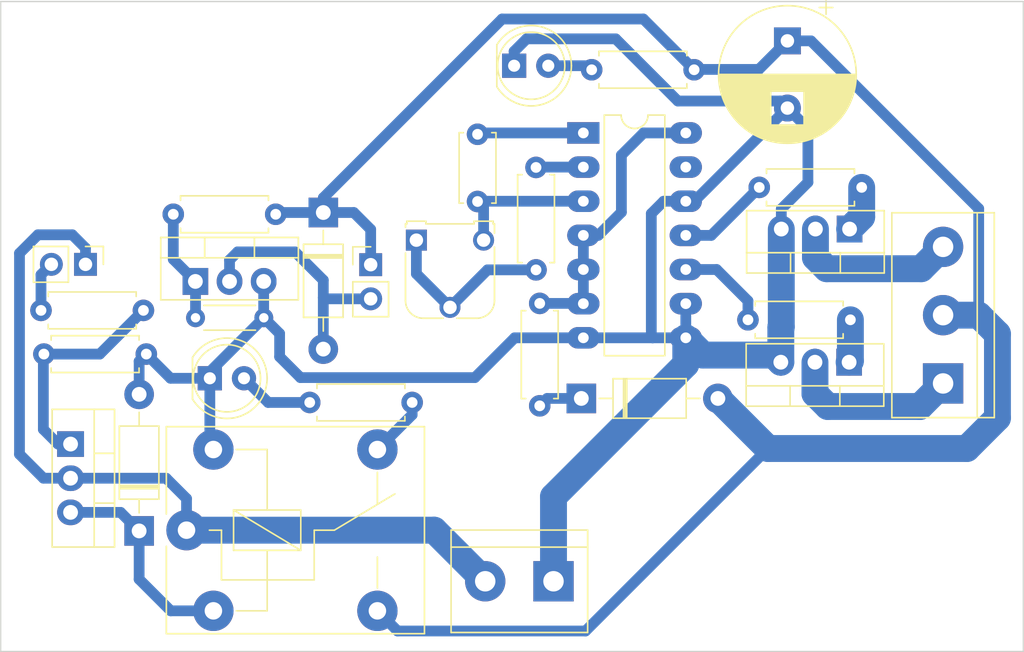
<source format=kicad_pcb>
(kicad_pcb (version 20221018) (generator pcbnew)
  (layers (0 "F.Cu" signal) (31 "B.Cu" signal) (34 "B.Paste" user) (35 "F.Paste" user) (36 "B.SilkS" user "B.Silkscreen") (37 "F.SilkS" user "F.Silkscreen") (38 "B.Mask" user) (39 "F.Mask" user) (44 "Edge.Cuts" user))
  (net 0 "")
  (net 1 "+12P")
  (net 2 "GNDA")
  (net 3 "Net-(U1-C)")
  (net 4 "Net-(U1-RC_COMMON)")
  (net 5 "Net-(D1-A)")
  (net 6 "Net-(D2-A)")
  (net 7 "Net-(D3-A)")
  (net 8 "Net-(D4-K)")
  (net 9 "Net-(D5-K)")
  (net 10 "+12V")
  (net 11 "Net-(J6-Pin_2)")
  (net 12 "Net-(J7-Pin_1)")
  (net 13 "Net-(J7-Pin_3)")
  (net 14 "Net-(K1-Pad12)")
  (net 15 "Net-(Q1-G)")
  (net 16 "Net-(Q2-G)")
  (net 17 "Net-(Q3-G)")
  (net 18 "Net-(Q4-G)")
  (net 19 "Net-(U1-Q)")
  (net 20 "Net-(U1-~{Q})")
  (net 21 "Net-(U1-R)")
  (net 22 "Net-(R9-Pad2)")
  (net 23 "Net-(U1--TRIGGER)")
  (footprint "Resistor_THT:R_Axial_DIN0204_L3.6mm_D1.6mm_P5.08mm_Horizontal" (layer "F.Cu") (at 46.82 74.925)
    (fp_text reference "R3" hide)
    (fp_text value "PTC" hide)
    (pad "1" thru_hole circle (at 0 0) (size 1.4 1.4) (drill 0.7) (layers "*.Cu" "*.Mask") (net 15 "Net-(Q1-G)"))
    (pad "2" thru_hole oval (at 5.08 0) (size 1.4 1.4) (drill 0.7) (layers "*.Cu" "*.Mask") (net 2 "GNDA"))
  )
  (footprint "Diode_THT:D_DO-41_SOD81_P10.16mm_Horizontal" (layer "F.Cu") (at 42.625 90.78 90)
    (fp_text reference "D4" hide)
    (fp_text value "1N4007" hide)
    (pad "1" thru_hole rect (at 0 0 90) (size 2.2 2.2) (drill 1.1) (layers "*.Cu" "*.Mask") (net 8 "Net-(D4-K)"))
    (pad "2" thru_hole oval (at 10.16 0 90) (size 2.2 2.2) (drill 1.1) (layers "*.Cu" "*.Mask") (net 2 "GNDA"))
  )
  (footprint "Connector_PinHeader_2.54mm:PinHeader_1x02_P2.54mm_Vertical" (layer "F.Cu") (at 59.85 70.975)
    (fp_text reference "M1" hide)
    (fp_text value "Motor_DC" hide)
    (pad "1" thru_hole rect (at 0 0) (size 1.7 1.7) (drill 1) (layers "*.Cu" "*.Mask") (net 1 "+12P"))
    (pad "2" thru_hole oval (at 0 2.54) (size 1.7 1.7) (drill 1) (layers "*.Cu" "*.Mask") (net 6 "Net-(D2-A)"))
  )
  (footprint "Resistor_THT:R_Axial_DIN0207_L6.3mm_D2.5mm_P7.62mm_Horizontal" (layer "F.Cu") (at 52.785 67.225 180)
    (fp_text reference "R1" hide)
    (fp_text value "1k" hide)
    (pad "1" thru_hole circle (at 0 0 180) (size 1.6 1.6) (drill 0.8) (layers "*.Cu" "*.Mask") (net 1 "+12P"))
    (pad "2" thru_hole oval (at 7.62 0 180) (size 1.6 1.6) (drill 0.8) (layers "*.Cu" "*.Mask") (net 15 "Net-(Q1-G)"))
  )
  (footprint "LED_THT:LED_D5.0mm" (layer "F.Cu") (at 47.885 79.425)
    (fp_text reference "D3" hide)
    (fp_text value "off" hide)
    (pad "1" thru_hole rect (at 0 0) (size 1.8 1.8) (drill 0.9) (layers "*.Cu" "*.Mask") (net 2 "GNDA"))
    (pad "2" thru_hole circle (at 2.54 0) (size 1.8 1.8) (drill 0.9) (layers "*.Cu" "*.Mask") (net 7 "Net-(D3-A)"))
  )
  (footprint "Resistor_THT:R_Axial_DIN0207_L6.3mm_D2.5mm_P7.62mm_Horizontal" (layer "F.Cu") (at 76.29 56.475)
    (fp_text reference "R2" hide)
    (fp_text value "330" hide)
    (pad "1" thru_hole circle (at 0 0) (size 1.6 1.6) (drill 0.8) (layers "*.Cu" "*.Mask") (net 5 "Net-(D1-A)"))
    (pad "2" thru_hole oval (at 7.62 0) (size 1.6 1.6) (drill 0.8) (layers "*.Cu" "*.Mask") (net 1 "+12P"))
  )
  (footprint "Connector_PinHeader_2.54mm:PinHeader_1x02_P2.54mm_Vertical" (layer "F.Cu") (at 38.635 70.95 -90)
    (fp_text reference "J6" hide)
    (fp_text value "sw" hide)
    (pad "1" thru_hole rect (at 0 0 270) (size 1.7 1.7) (drill 1) (layers "*.Cu" "*.Mask") (net 10 "+12V"))
    (pad "2" thru_hole oval (at 0 2.54 270) (size 1.7 1.7) (drill 1) (layers "*.Cu" "*.Mask") (net 11 "Net-(J6-Pin_2)"))
  )
  (footprint "Package_TO_SOT_THT:TO-220-3_Vertical" (layer "F.Cu") (at 37.525 84.32 -90)
    (fp_text reference "Q2" hide)
    (fp_text value "IRF3205" hide)
    (pad "1" thru_hole rect (at 0 0 270) (size 1.905 2) (drill 1.1) (layers "*.Cu" "*.Mask") (net 16 "Net-(Q2-G)"))
    (pad "2" thru_hole oval (at 2.54 0 270) (size 1.905 2) (drill 1.1) (layers "*.Cu" "*.Mask") (net 10 "+12V"))
    (pad "3" thru_hole oval (at 5.08 0 270) (size 1.905 2) (drill 1.1) (layers "*.Cu" "*.Mask") (net 8 "Net-(D4-K)"))
  )
  (footprint "Package_TO_SOT_THT:TO-220-3_Vertical" (layer "F.Cu") (at 46.81 72.22)
    (fp_text reference "Q1" hide)
    (fp_text value "IRF3205" hide)
    (pad "1" thru_hole rect (at 0 0) (size 1.905 2) (drill 1.1) (layers "*.Cu" "*.Mask") (net 15 "Net-(Q1-G)"))
    (pad "2" thru_hole oval (at 2.54 0) (size 1.905 2) (drill 1.1) (layers "*.Cu" "*.Mask") (net 6 "Net-(D2-A)"))
    (pad "3" thru_hole oval (at 5.08 0) (size 1.905 2) (drill 1.1) (layers "*.Cu" "*.Mask") (net 2 "GNDA"))
  )
  (footprint "Resistor_THT:R_Axial_DIN0207_L6.3mm_D2.5mm_P7.62mm_Horizontal" (layer "F.Cu") (at 88.755 65.225)
    (fp_text reference "R8" hide)
    (fp_text value "220" hide)
    (pad "1" thru_hole circle (at 0 0) (size 1.6 1.6) (drill 0.8) (layers "*.Cu" "*.Mask") (net 20 "Net-(U1-~{Q})"))
    (pad "2" thru_hole oval (at 7.62 0) (size 1.6 1.6) (drill 0.8) (layers "*.Cu" "*.Mask") (net 18 "Net-(Q4-G)"))
  )
  (footprint "Package_TO_SOT_THT:TO-220-3_Vertical" (layer "F.Cu") (at 95.44 78.23 180)
    (fp_text reference "Q3" hide)
    (fp_text value "IRF3205" hide)
    (pad "1" thru_hole rect (at 0 0 180) (size 1.905 2) (drill 1.1) (layers "*.Cu" "*.Mask") (net 17 "Net-(Q3-G)"))
    (pad "2" thru_hole oval (at 2.54 0 180) (size 1.905 2) (drill 1.1) (layers "*.Cu" "*.Mask") (net 12 "Net-(J7-Pin_1)"))
    (pad "3" thru_hole oval (at 5.08 0 180) (size 1.905 2) (drill 1.1) (layers "*.Cu" "*.Mask") (net 2 "GNDA"))
  )
  (footprint "Diode_THT:D_DO-41_SOD81_P10.16mm_Horizontal" (layer "F.Cu") (at 56.325 67.095 -90)
    (fp_text reference "D2" hide)
    (fp_text value "1N4007" hide)
    (pad "1" thru_hole rect (at 0 0 270) (size 2.2 2.2) (drill 1.1) (layers "*.Cu" "*.Mask") (net 1 "+12P"))
    (pad "2" thru_hole oval (at 10.16 0 270) (size 2.2 2.2) (drill 1.1) (layers "*.Cu" "*.Mask") (net 6 "Net-(D2-A)"))
  )
  (footprint "Relay_THT:Relay_SPDT_Finder_36.11" (layer "F.Cu") (at 46.15 90.725)
    (fp_text reference "K1" hide)
    (fp_text value "FINDER-36.11" hide)
    (pad "11" thru_hole circle (at 0 0) (size 3 3) (drill 1.3) (layers "*.Cu" "*.Mask") (net 10 "+12V"))
    (pad "12" thru_hole circle (at 14.2 -6) (size 3 3) (drill 1.3) (layers "*.Cu" "*.Mask") (net 14 "Net-(K1-Pad12)"))
    (pad "14" thru_hole circle (at 14.2 6) (size 3 3) (drill 1.3) (layers "*.Cu" "*.Mask") (net 1 "+12P"))
    (pad "A1" thru_hole circle (at 2 6) (size 3 3) (drill 1.3) (layers "*.Cu" "*.Mask") (net 8 "Net-(D4-K)"))
    (pad "A2" thru_hole circle (at 2 -6) (size 3 3) (drill 1.3) (layers "*.Cu" "*.Mask") (net 2 "GNDA"))
  )
  (footprint "TerminalBlock:TerminalBlock_bornier-2_P5.08mm" (layer "F.Cu") (at 73.45 94.525 180)
    (fp_text reference "J5" hide)
    (fp_text value "DC" hide)
    (pad "1" thru_hole rect (at 0 0 180) (size 3 3) (drill 1.52) (layers "*.Cu" "*.Mask") (net 2 "GNDA"))
    (pad "2" thru_hole circle (at 5.08 0 180) (size 3 3) (drill 1.52) (layers "*.Cu" "*.Mask") (net 10 "+12V"))
  )
  (footprint "Resistor_THT:R_Axial_DIN0207_L6.3mm_D2.5mm_P7.62mm_Horizontal" (layer "F.Cu") (at 55.315 81.225)
    (fp_text reference "R4" hide)
    (fp_text value "330" hide)
    (pad "1" thru_hole circle (at 0 0) (size 1.6 1.6) (drill 0.8) (layers "*.Cu" "*.Mask") (net 7 "Net-(D3-A)"))
    (pad "2" thru_hole oval (at 7.62 0) (size 1.6 1.6) (drill 0.8) (layers "*.Cu" "*.Mask") (net 14 "Net-(K1-Pad12)"))
  )
  (footprint "TerminalBlock:TerminalBlock_bornier-3_P5.08mm" (layer "F.Cu") (at 102.43 79.81 90)
    (fp_text reference "J7" hide)
    (fp_text value "AC" hide)
    (pad "1" thru_hole rect (at 0 0 90) (size 3 3) (drill 1.52) (layers "*.Cu" "*.Mask") (net 12 "Net-(J7-Pin_1)"))
    (pad "2" thru_hole circle (at 5.08 0 90) (size 3 3) (drill 1.52) (layers "*.Cu" "*.Mask") (net 1 "+12P"))
    (pad "3" thru_hole circle (at 10.16 0 90) (size 3 3) (drill 1.52) (layers "*.Cu" "*.Mask") (net 13 "Net-(J7-Pin_3)"))
  )
  (footprint "Resistor_THT:R_Axial_DIN0207_L6.3mm_D2.5mm_P7.62mm_Horizontal" (layer "F.Cu") (at 43.16 77.625 180)
    (fp_text reference "R6" hide)
    (fp_text value "10k" hide)
    (pad "1" thru_hole circle (at 0 0 180) (size 1.6 1.6) (drill 0.8) (layers "*.Cu" "*.Mask") (net 2 "GNDA"))
    (pad "2" thru_hole oval (at 7.62 0 180) (size 1.6 1.6) (drill 0.8) (layers "*.Cu" "*.Mask") (net 16 "Net-(Q2-G)"))
  )
  (footprint "Potentiometer_THT:Potentiometer_Runtron_RM-065_Vertical" (layer "F.Cu") (at 63.249646 69.15)
    (fp_text reference "RV1" hide)
    (fp_text value "100k" hide)
    (pad "1" thru_hole rect (at 0 0) (size 1.56 1.56) (drill 1) (layers "*.Cu" "*.Mask") (net 22 "Net-(R9-Pad2)"))
    (pad "2" thru_hole circle (at 2.5 5) (size 1.56 1.56) (drill 1) (layers "*.Cu" "*.Mask") (net 22 "Net-(R9-Pad2)"))
    (pad "3" thru_hole circle (at 5 0) (size 1.56 1.56) (drill 1) (layers "*.Cu" "*.Mask") (net 4 "Net-(U1-RC_COMMON)"))
  )
  (footprint "Resistor_THT:R_Axial_DIN0207_L6.3mm_D2.5mm_P7.62mm_Horizontal" (layer "F.Cu") (at 72.149646 63.74 -90)
    (fp_text reference "R9" hide)
    (fp_text value "39k" hide)
    (pad "1" thru_hole circle (at 0 0 270) (size 1.6 1.6) (drill 0.8) (layers "*.Cu" "*.Mask") (net 21 "Net-(U1-R)"))
    (pad "2" thru_hole oval (at 7.62 0 270) (size 1.6 1.6) (drill 0.8) (layers "*.Cu" "*.Mask") (net 22 "Net-(R9-Pad2)"))
  )
  (footprint "Resistor_THT:R_Axial_DIN0207_L6.3mm_D2.5mm_P7.62mm_Horizontal" (layer "F.Cu") (at 72.424646 73.855 -90)
    (fp_text reference "R10" hide)
    (fp_text value "330" hide)
    (pad "1" thru_hole circle (at 0 0 270) (size 1.6 1.6) (drill 0.8) (layers "*.Cu" "*.Mask") (net 23 "Net-(U1--TRIGGER)"))
    (pad "2" thru_hole oval (at 7.62 0 270) (size 1.6 1.6) (drill 0.8) (layers "*.Cu" "*.Mask") (net 9 "Net-(D5-K)"))
  )
  (footprint "Package_TO_SOT_THT:TO-220-3_Vertical" (layer "F.Cu") (at 95.475 68.325 180)
    (fp_text reference "Q4" hide)
    (fp_text value "IRF3205" hide)
    (pad "1" thru_hole rect (at 0 0 180) (size 1.905 2) (drill 1.1) (layers "*.Cu" "*.Mask") (net 18 "Net-(Q4-G)"))
    (pad "2" thru_hole oval (at 2.54 0 180) (size 1.905 2) (drill 1.1) (layers "*.Cu" "*.Mask") (net 13 "Net-(J7-Pin_3)"))
    (pad "3" thru_hole oval (at 5.08 0 180) (size 1.905 2) (drill 1.1) (layers "*.Cu" "*.Mask") (net 2 "GNDA"))
  )
  (footprint "Package_DIP:DIP-14_W7.62mm_LongPads" (layer "F.Cu") (at 75.67 61.175)
    (fp_text reference "U1" hide)
    (fp_text value "4047" hide)
    (pad "1" thru_hole rect (at 0 0) (size 2.4 1.6) (drill 0.8) (layers "*.Cu" "*.Mask") (net 3 "Net-(U1-C)"))
    (pad "2" thru_hole oval (at 0 2.54) (size 2.4 1.6) (drill 0.8) (layers "*.Cu" "*.Mask") (net 21 "Net-(U1-R)"))
    (pad "3" thru_hole oval (at 0 5.08) (size 2.4 1.6) (drill 0.8) (layers "*.Cu" "*.Mask") (net 4 "Net-(U1-RC_COMMON)"))
    (pad "4" thru_hole oval (at 0 7.62) (size 2.4 1.6) (drill 0.8) (layers "*.Cu" "*.Mask") (net 23 "Net-(U1--TRIGGER)"))
    (pad "5" thru_hole oval (at 0 10.16) (size 2.4 1.6) (drill 0.8) (layers "*.Cu" "*.Mask") (net 23 "Net-(U1--TRIGGER)"))
    (pad "6" thru_hole oval (at 0 12.7) (size 2.4 1.6) (drill 0.8) (layers "*.Cu" "*.Mask") (net 23 "Net-(U1--TRIGGER)"))
    (pad "7" thru_hole oval (at 0 15.24) (size 2.4 1.6) (drill 0.8) (layers "*.Cu" "*.Mask") (net 2 "GNDA"))
    (pad "8" thru_hole oval (at 7.62 15.24) (size 2.4 1.6) (drill 0.8) (layers "*.Cu" "*.Mask") (net 2 "GNDA"))
    (pad "9" thru_hole oval (at 7.62 12.7) (size 2.4 1.6) (drill 0.8) (layers "*.Cu" "*.Mask") (net 2 "GNDA"))
    (pad "10" thru_hole oval (at 7.62 10.16) (size 2.4 1.6) (drill 0.8) (layers "*.Cu" "*.Mask") (net 19 "Net-(U1-Q)"))
    (pad "11" thru_hole oval (at 7.62 7.62) (size 2.4 1.6) (drill 0.8) (layers "*.Cu" "*.Mask") (net 20 "Net-(U1-~{Q})"))
    (pad "12" thru_hole oval (at 7.62 5.08) (size 2.4 1.6) (drill 0.8) (layers "*.Cu" "*.Mask") (net 2 "GNDA"))
    (pad "13" thru_hole oval (at 7.62 2.54) (size 2.4 1.6) (drill 0.8) (layers "*.Cu" "*.Mask"))
    (pad "14" thru_hole oval (at 7.62 0) (size 2.4 1.6) (drill 0.8) (layers "*.Cu" "*.Mask") (net 23 "Net-(U1--TRIGGER)"))
  )
  (footprint "LED_THT:LED_D5.0mm" (layer "F.Cu") (at 70.520354 56.175)
    (fp_text reference "D1" hide)
    (fp_text value "on" hide)
    (pad "1" thru_hole rect (at 0 0) (size 1.8 1.8) (drill 0.9) (layers "*.Cu" "*.Mask") (net 2 "GNDA"))
    (pad "2" thru_hole circle (at 2.54 0) (size 1.8 1.8) (drill 0.9) (layers "*.Cu" "*.Mask") (net 5 "Net-(D1-A)"))
  )
  (footprint "Resistor_THT:R_Axial_DIN0207_L6.3mm_D2.5mm_P7.62mm_Horizontal" (layer "F.Cu") (at 42.945 74.375 180)
    (fp_text reference "R5" hide)
    (fp_text value "100" hide)
    (pad "1" thru_hole circle (at 0 0 180) (size 1.6 1.6) (drill 0.8) (layers "*.Cu" "*.Mask") (net 16 "Net-(Q2-G)"))
    (pad "2" thru_hole oval (at 7.62 0 180) (size 1.6 1.6) (drill 0.8) (layers "*.Cu" "*.Mask") (net 11 "Net-(J6-Pin_2)"))
  )
  (footprint "Resistor_THT:R_Axial_DIN0207_L6.3mm_D2.5mm_P7.62mm_Horizontal" (layer "F.Cu") (at 87.915 75.075)
    (fp_text reference "R7" hide)
    (fp_text value "220" hide)
    (pad "1" thru_hole circle (at 0 0) (size 1.6 1.6) (drill 0.8) (layers "*.Cu" "*.Mask") (net 19 "Net-(U1-Q)"))
    (pad "2" thru_hole oval (at 7.62 0) (size 1.6 1.6) (drill 0.8) (layers "*.Cu" "*.Mask") (net 17 "Net-(Q3-G)"))
  )
  (footprint "Diode_THT:D_DO-41_SOD81_P10.16mm_Horizontal" (layer "F.Cu") (at 75.519646 80.925)
    (fp_text reference "D5" hide)
    (fp_text value "1N4007" hide)
    (pad "1" thru_hole rect (at 0 0) (size 2.2 2.2) (drill 1.1) (layers "*.Cu" "*.Mask") (net 9 "Net-(D5-K)"))
    (pad "2" thru_hole oval (at 10.16 0) (size 2.2 2.2) (drill 1.1) (layers "*.Cu" "*.Mask") (net 1 "+12P"))
  )
  (footprint "Capacitor_THT:CP_Radial_D10.0mm_P5.00mm" (layer "F.Cu") (at 90.85 54.325 -90)
    (fp_text reference "C2" hide)
    (fp_text value "2200uF" hide)
    (pad "1" thru_hole rect (at 0 0 270) (size 2 2) (drill 1) (layers "*.Cu" "*.Mask") (net 1 "+12P"))
    (pad "2" thru_hole circle (at 5 0 270) (size 2 2) (drill 1) (layers "*.Cu" "*.Mask") (net 2 "GNDA"))
  )
  (footprint "Capacitor_THT:C_Disc_D5.0mm_W2.5mm_P5.00mm" (layer "F.Cu") (at 67.799646 61.275 -90)
    (fp_text reference "C3" hide)
    (fp_text value "0.1uF" hide)
    (pad "1" thru_hole circle (at 0 0 270) (size 1.6 1.6) (drill 0.8) (layers "*.Cu" "*.Mask") (net 3 "Net-(U1-C)"))
    (pad "2" thru_hole circle (at 5 0 270) (size 1.6 1.6) (drill 0.8) (layers "*.Cu" "*.Mask") (net 4 "Net-(U1-RC_COMMON)"))
  )
  (gr_rect (start 32.325 51.4) (end 108.4 99.75) (stroke (width 0.1)) (fill none) (layer "Edge.Cuts"))
  (segment (start 92.6 54.325) (end 105.08 66.805) (width 0.8) (layer "B.Cu") (net 1))
  (segment (start 56.325 67.095) (end 52.915 67.095) (width 0.8) (layer "B.Cu") (net 1))
  (segment (start 58.595 67.095) (end 59.85 68.35) (width 0.8) (layer "B.Cu") (net 1))
  (segment (start 83.91 56.475) (end 83.935 56.45) (width 0.8) (layer "B.Cu") (net 1))
  (segment (start 56.325 66) (end 69.625 52.7) (width 0.8) (layer "B.Cu") (net 1))
  (segment (start 60.35 96.725) (end 61.85 98.225) (width 0.8) (layer "B.Cu") (net 1))
  (segment (start 56.325 67.095) (end 58.595 67.095) (width 0.8) (layer "B.Cu") (net 1))
  (segment (start 90.85 54.325) (end 92.6 54.325) (width 0.8) (layer "B.Cu") (net 1))
  (segment (start 85.679646 80.925) (end 89.404646 84.65) (width 2) (layer "B.Cu") (net 1))
  (segment (start 69.625 52.7) (end 80.135 52.7) (width 0.8) (layer "B.Cu") (net 1))
  (segment (start 61.85 98.225) (end 75.829646 98.225) (width 0.8) (layer "B.Cu") (net 1))
  (segment (start 80.135 52.7) (end 83.91 56.475) (width 0.8) (layer "B.Cu") (net 1))
  (segment (start 59.85 68.35) (end 59.85 70.975) (width 0.8) (layer "B.Cu") (net 1))
  (segment (start 88.725 56.45) (end 90.85 54.325) (width 0.8) (layer "B.Cu") (net 1))
  (segment (start 106.475 82.375) (end 106.475 76.125) (width 2) (layer "B.Cu") (net 1))
  (segment (start 106.475 76.125) (end 105.08 74.73) (width 2) (layer "B.Cu") (net 1))
  (segment (start 56.325 67.095) (end 56.325 66) (width 0.8) (layer "B.Cu") (net 1))
  (segment (start 75.829646 98.225) (end 89.404646 84.65) (width 0.8) (layer "B.Cu") (net 1))
  (segment (start 105.08 66.805) (end 105.08 74.73) (width 0.8) (layer "B.Cu") (net 1))
  (segment (start 83.935 56.45) (end 88.725 56.45) (width 0.8) (layer "B.Cu") (net 1))
  (segment (start 52.915 67.095) (end 52.785 67.225) (width 0.8) (layer "B.Cu") (net 1))
  (segment (start 105.08 74.73) (end 102.43 74.73) (width 2) (layer "B.Cu") (net 1))
  (segment (start 89.404646 84.65) (end 104.2 84.65) (width 2) (layer "B.Cu") (net 1))
  (segment (start 104.2 84.65) (end 106.475 82.375) (width 2) (layer "B.Cu") (net 1))
  (segment (start 51.89 72.22) (end 51.89 74.915) (width 0.8) (layer "B.Cu") (net 2))
  (segment (start 47.885 79.425) (end 47.885 84.46) (width 0.8) (layer "B.Cu") (net 2))
  (segment (start 53.075 77.825) (end 54.625 79.375) (width 0.8) (layer "B.Cu") (net 2))
  (segment (start 83.29 73.875) (end 83.29 76.415) (width 0.8) (layer "B.Cu") (net 2))
  (segment (start 70.520354 56.175) (end 70.520354 55.104646) (width 0.8) (layer "B.Cu") (net 2))
  (segment (start 70.56 76.415) (end 75.67 76.415) (width 0.8) (layer "B.Cu") (net 2))
  (segment (start 90.85 59.325) (end 92.375 60.85) (width 0.8) (layer "B.Cu") (net 2))
  (segment (start 80.725 67.175) (end 80.725 76.315) (width 0.8) (layer "B.Cu") (net 2))
  (segment (start 82.7 58.8) (end 90.325 58.8) (width 0.8) (layer "B.Cu") (net 2))
  (segment (start 51.9 74.925) (end 53.075 76.1) (width 0.8) (layer "B.Cu") (net 2))
  (segment (start 92.375 60.85) (end 92.375 64.85) (width 0.8) (layer "B.Cu") (net 2))
  (segment (start 51.89 74.915) (end 51.9 74.925) (width 0.8) (layer "B.Cu") (net 2))
  (segment (start 67.6 79.375) (end 70.56 76.415) (width 0.8) (layer "B.Cu") (net 2))
  (segment (start 42.625 78.16) (end 43.16 77.625) (width 0.8) (layer "B.Cu") (net 2))
  (segment (start 54.625 79.375) (end 67.6 79.375) (width 0.8) (layer "B.Cu") (net 2))
  (segment (start 90.395 75.605) (end 90.395 68.325) (width 2) (layer "B.Cu") (net 2))
  (segment (start 47.885 79.425) (end 47.885 78.94) (width 0.8) (layer "B.Cu") (net 2))
  (segment (start 90.395 66.83) (end 90.395 68.325) (width 0.8) (layer "B.Cu") (net 2))
  (segment (start 53.075 76.1) (end 53.075 77.825) (width 0.8) (layer "B.Cu") (net 2))
  (segment (start 71.45 54.175) (end 78.075 54.175) (width 0.8) (layer "B.Cu") (net 2))
  (segment (start 83.29 78.385) (end 83.29 76.415) (width 2) (layer "B.Cu") (net 2))
  (segment (start 92.375 64.85) (end 90.395 66.83) (width 0.8) (layer "B.Cu") (net 2))
  (segment (start 80.725 76.315) (end 80.825 76.415) (width 0.8) (layer "B.Cu") (net 2))
  (segment (start 83.29 66.255) (end 81.645 66.255) (width 0.8) (layer "B.Cu") (net 2))
  (segment (start 81.645 66.255) (end 80.725 67.175) (width 0.8) (layer "B.Cu") (net 2))
  (segment (start 44.96 79.425) (end 43.16 77.625) (width 0.8) (layer "B.Cu") (net 2))
  (segment (start 89.83 77.7) (end 84.575 77.7) (width 2) (layer "B.Cu") (net 2))
  (segment (start 84.575 77.7) (end 83.29 76.415) (width 2) (layer "B.Cu") (net 2))
  (segment (start 90.325 58.8) (end 90.85 59.325) (width 0.8) (layer "B.Cu") (net 2))
  (segment (start 90.85 59.325) (end 83.92 66.255) (width 0.8) (layer "B.Cu") (net 2))
  (segment (start 73.45 94.525) (end 73.45 88.225) (width 2) (layer "B.Cu") (net 2))
  (segment (start 47.885 84.46) (end 48.15 84.725) (width 0.8) (layer "B.Cu") (net 2))
  (segment (start 73.45 88.225) (end 83.29 78.385) (width 2) (layer "B.Cu") (net 2))
  (segment (start 90.36 78.23) (end 90.36 75.64) (width 2) (layer "B.Cu") (net 2))
  (segment (start 42.625 80.62) (end 42.625 78.16) (width 0.8) (layer "B.Cu") (net 2))
  (segment (start 90.36 78.23) (end 89.83 77.7) (width 2) (layer "B.Cu") (net 2))
  (segment (start 90.36 75.64) (end 90.395 75.605) (width 2) (layer "B.Cu") (net 2))
  (segment (start 47.885 78.94) (end 51.9 74.925) (width 0.8) (layer "B.Cu") (net 2))
  (segment (start 78.075 54.175) (end 82.7 58.8) (width 0.8) (layer "B.Cu") (net 2))
  (segment (start 47.885 79.425) (end 44.96 79.425) (width 0.8) (layer "B.Cu") (net 2))
  (segment (start 83.29 76.415) (end 80.825 76.415) (width 0.8) (layer "B.Cu") (net 2))
  (segment (start 80.825 76.415) (end 75.67 76.415) (width 0.8) (layer "B.Cu") (net 2))
  (segment (start 70.520354 55.104646) (end 71.45 54.175) (width 0.8) (layer "B.Cu") (net 2))
  (segment (start 83.92 66.255) (end 83.29 66.255) (width 0.8) (layer "B.Cu") (net 2))
  (segment (start 67.899646 61.175) (end 67.799646 61.275) (width 0.8) (layer "B.Cu") (net 3))
  (segment (start 75.67 61.175) (end 67.899646 61.175) (width 0.8) (layer "B.Cu") (net 3))
  (segment (start 68.249646 69.15) (end 68.249646 66.725) (width 0.8) (layer "B.Cu") (net 4))
  (segment (start 68.249646 66.725) (end 67.799646 66.275) (width 0.8) (layer "B.Cu") (net 4))
  (segment (start 75.67 66.255) (end 67.819646 66.255) (width 0.8) (layer "B.Cu") (net 4))
  (segment (start 67.819646 66.255) (end 67.799646 66.275) (width 0.8) (layer "B.Cu") (net 4))
  (segment (start 75.99 56.175) (end 76.29 56.475) (width 0.8) (layer "B.Cu") (net 5))
  (segment (start 73.060354 56.175) (end 75.99 56.175) (width 0.8) (layer "B.Cu") (net 5))
  (segment (start 56.325 73.425) (end 56.325 77.255) (width 0.8) (layer "B.Cu") (net 6))
  (segment (start 49.95 70.025) (end 54.225 70.025) (width 0.8) (layer "B.Cu") (net 6))
  (segment (start 56.325 72.125) (end 56.325 73.425) (width 0.8) (layer "B.Cu") (net 6))
  (segment (start 59.85 73.515) (end 56.415 73.515) (width 0.8) (layer "B.Cu") (net 6))
  (segment (start 54.225 70.025) (end 56.325 72.125) (width 0.8) (layer "B.Cu") (net 6))
  (segment (start 49.35 70.625) (end 49.95 70.025) (width 0.8) (layer "B.Cu") (net 6))
  (segment (start 56.415 73.515) (end 56.325 73.425) (width 0.8) (layer "B.Cu") (net 6))
  (segment (start 49.35 72.22) (end 49.35 70.625) (width 0.8) (layer "B.Cu") (net 6))
  (segment (start 52.225 81.225) (end 50.425 79.425) (width 0.8) (layer "B.Cu") (net 7))
  (segment (start 55.315 81.225) (end 52.225 81.225) (width 0.8) (layer "B.Cu") (net 7))
  (segment (start 42.625 94.375) (end 42.625 90.78) (width 0.8) (layer "B.Cu") (net 8))
  (segment (start 41.245 89.4) (end 42.625 90.78) (width 0.8) (layer "B.Cu") (net 8))
  (segment (start 44.975 96.725) (end 42.625 94.375) (width 0.8) (layer "B.Cu") (net 8))
  (segment (start 37.525 89.4) (end 41.245 89.4) (width 0.8) (layer "B.Cu") (net 8))
  (segment (start 48.15 96.725) (end 44.975 96.725) (width 0.8) (layer "B.Cu") (net 8))
  (segment (start 75.519646 80.925) (end 72.974646 80.925) (width 0.8) (layer "B.Cu") (net 9))
  (segment (start 72.974646 80.925) (end 72.424646 81.475) (width 0.8) (layer "B.Cu") (net 9))
  (segment (start 35.51 86.86) (end 33.725 85.075) (width 0.8) (layer "B.Cu") (net 10))
  (segment (start 46.15 90.725) (end 64.57 90.725) (width 2) (layer "B.Cu") (net 10))
  (segment (start 33.725 70.125) (end 35.1 68.75) (width 0.8) (layer "B.Cu") (net 10))
  (segment (start 33.725 85.075) (end 33.725 70.125) (width 0.8) (layer "B.Cu") (net 10))
  (segment (start 44.635 86.86) (end 46.15 88.375) (width 0.8) (layer "B.Cu") (net 10))
  (segment (start 46.15 88.375) (end 46.15 90.725) (width 0.8) (layer "B.Cu") (net 10))
  (segment (start 37.525 86.86) (end 44.635 86.86) (width 0.8) (layer "B.Cu") (net 10))
  (segment (start 35.1 68.75) (end 37.65 68.75) (width 0.8) (layer "B.Cu") (net 10))
  (segment (start 38.635 69.735) (end 38.635 70.95) (width 0.8) (layer "B.Cu") (net 10))
  (segment (start 64.57 90.725) (end 68.37 94.525) (width 2) (layer "B.Cu") (net 10))
  (segment (start 37.525 86.86) (end 35.51 86.86) (width 0.8) (layer "B.Cu") (net 10))
  (segment (start 37.65 68.75) (end 38.635 69.735) (width 0.8) (layer "B.Cu") (net 10))
  (segment (start 35.325 71.72) (end 36.095 70.95) (width 0.8) (layer "B.Cu") (net 11))
  (segment (start 35.325 74.375) (end 35.325 71.72) (width 0.8) (layer "B.Cu") (net 11))
  (segment (start 100.715 81.525) (end 102.43 79.81) (width 2) (layer "B.Cu") (net 12))
  (segment (start 92.9 80.57) (end 93.855 81.525) (width 2) (layer "B.Cu") (net 12))
  (segment (start 93.855 81.525) (end 100.715 81.525) (width 2) (layer "B.Cu") (net 12))
  (segment (start 92.9 78.23) (end 92.9 80.57) (width 2) (layer "B.Cu") (net 12))
  (segment (start 92.935 70.435) (end 93.775 71.275) (width 2) (layer "B.Cu") (net 13))
  (segment (start 93.775 71.275) (end 100.805 71.275) (width 2) (layer "B.Cu") (net 13))
  (segment (start 92.935 68.325) (end 92.935 70.435) (width 2) (layer "B.Cu") (net 13))
  (segment (start 100.805 71.275) (end 102.43 69.65) (width 2) (layer "B.Cu") (net 13))
  (segment (start 62.935 81.225) (end 62.935 82.14) (width 0.8) (layer "B.Cu") (net 14))
  (segment (start 62.935 82.14) (end 60.35 84.725) (width 0.8) (layer "B.Cu") (net 14))
  (segment (start 46.82 72.23) (end 46.81 72.22) (width 0.8) (layer "B.Cu") (net 15))
  (segment (start 46.82 74.925) (end 46.82 72.23) (width 0.8) (layer "B.Cu") (net 15))
  (segment (start 45.165 67.225) (end 45.165 70.575) (width 0.8) (layer "B.Cu") (net 15))
  (segment (start 45.165 70.575) (end 46.81 72.22) (width 0.8) (layer "B.Cu") (net 15))
  (segment (start 35.5 77.665) (end 35.5 83.225) (width 0.8) (layer "B.Cu") (net 16))
  (segment (start 35.5 83.225) (end 36.595 84.32) (width 0.8) (layer "B.Cu") (net 16))
  (segment (start 39.695 77.625) (end 42.945 74.375) (width 0.8) (layer "B.Cu") (net 16))
  (segment (start 35.54 77.625) (end 35.5 77.665) (width 0.8) (layer "B.Cu") (net 16))
  (segment (start 35.54 77.625) (end 39.695 77.625) (width 0.8) (layer "B.Cu") (net 16))
  (segment (start 36.595 84.32) (end 37.525 84.32) (width 0.8) (layer "B.Cu") (net 16))
  (segment (start 95.535 75.075) (end 95.535 78.135) (width 2) (layer "B.Cu") (net 17))
  (segment (start 95.535 78.135) (end 95.44 78.23) (width 2) (layer "B.Cu") (net 17))
  (segment (start 96.375 65.225) (end 96.375 67.425) (width 2) (layer "B.Cu") (net 18))
  (segment (start 96.375 67.425) (end 95.475 68.325) (width 2) (layer "B.Cu") (net 18))
  (segment (start 87.915 73.665) (end 87.915 75.075) (width 0.8) (layer "B.Cu") (net 19))
  (segment (start 85.585 71.335) (end 87.915 73.665) (width 0.8) (layer "B.Cu") (net 19))
  (segment (start 83.29 71.335) (end 85.585 71.335) (width 0.8) (layer "B.Cu") (net 19))
  (segment (start 85.185 68.795) (end 88.755 65.225) (width 0.8) (layer "B.Cu") (net 20))
  (segment (start 83.29 68.795) (end 85.185 68.795) (width 0.8) (layer "B.Cu") (net 20))
  (segment (start 72.174646 63.715) (end 72.149646 63.74) (width 0.8) (layer "B.Cu") (net 21))
  (segment (start 75.67 63.715) (end 72.174646 63.715) (width 0.8) (layer "B.Cu") (net 21))
  (segment (start 63.249646 69.15) (end 63.249646 71.65) (width 0.8) (layer "B.Cu") (net 22))
  (segment (start 68.539646 71.36) (end 65.749646 74.15) (width 0.8) (layer "B.Cu") (net 22))
  (segment (start 72.149646 71.36) (end 68.539646 71.36) (width 0.8) (layer "B.Cu") (net 22))
  (segment (start 63.249646 71.65) (end 65.749646 74.15) (width 0.8) (layer "B.Cu") (net 22))
  (segment (start 76.78 68.795) (end 78.5 67.075) (width 0.8) (layer "B.Cu") (net 23))
  (segment (start 75.65 73.855) (end 75.67 73.875) (width 0.8) (layer "B.Cu") (net 23))
  (segment (start 75.67 68.795) (end 76.78 68.795) (width 0.8) (layer "B.Cu") (net 23))
  (segment (start 78.5 67.075) (end 78.5 62.825) (width 0.8) (layer "B.Cu") (net 23))
  (segment (start 78.5 62.825) (end 80.15 61.175) (width 0.8) (layer "B.Cu") (net 23))
  (segment (start 72.424646 73.855) (end 75.65 73.855) (width 0.8) (layer "B.Cu") (net 23))
  (segment (start 75.67 68.795) (end 75.67 73.875) (width 0.8) (layer "B.Cu") (net 23))
  (segment (start 80.15 61.175) (end 83.29 61.175) (width 0.8) (layer "B.Cu") (net 23))
)
</source>
